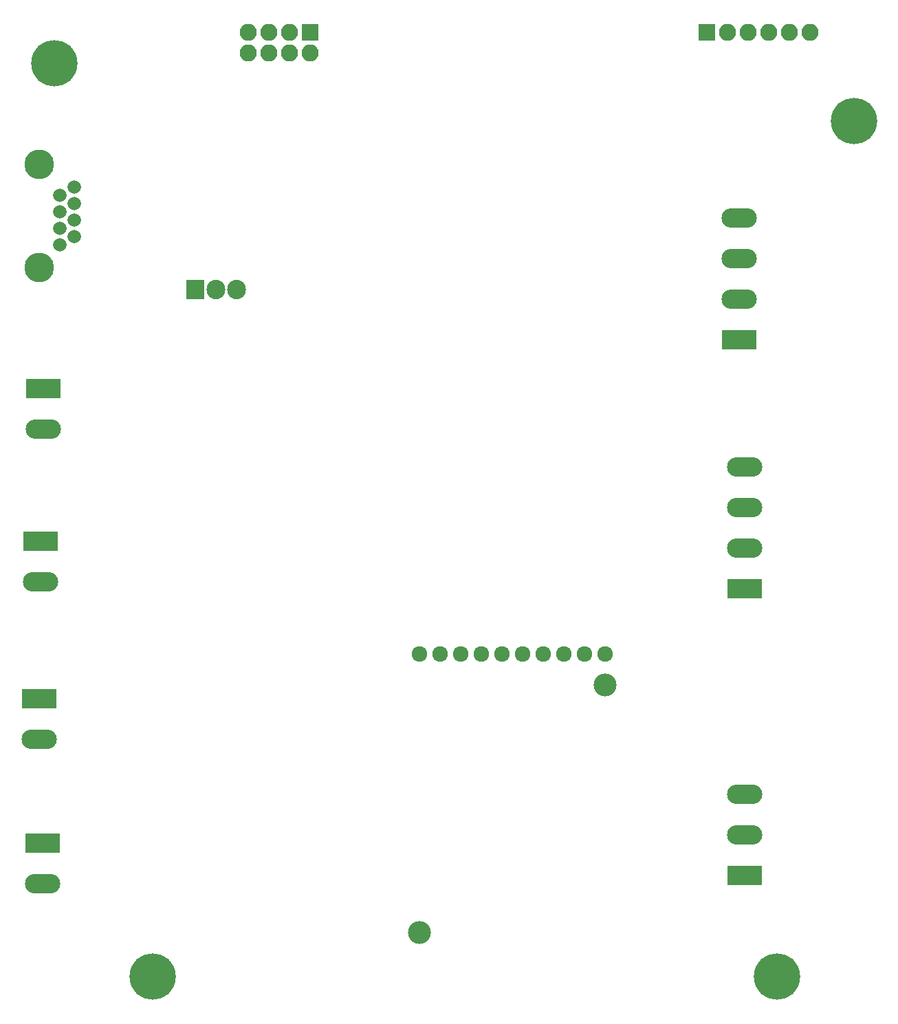
<source format=gbr>
G04 #@! TF.GenerationSoftware,KiCad,Pcbnew,5.0.0-fee4fd1~66~ubuntu18.04.1*
G04 #@! TF.CreationDate,2018-09-20T21:41:55-04:00*
G04 #@! TF.ProjectId,BackPanel,4261636B50616E656C2E6B696361645F,rev?*
G04 #@! TF.SameCoordinates,Original*
G04 #@! TF.FileFunction,Soldermask,Bot*
G04 #@! TF.FilePolarity,Negative*
%FSLAX46Y46*%
G04 Gerber Fmt 4.6, Leading zero omitted, Abs format (unit mm)*
G04 Created by KiCad (PCBNEW 5.0.0-fee4fd1~66~ubuntu18.04.1) date Thu Sep 20 21:41:55 2018*
%MOMM*%
%LPD*%
G01*
G04 APERTURE LIST*
%ADD10C,2.813000*%
%ADD11C,1.924000*%
%ADD12R,2.100000X2.100000*%
%ADD13O,2.100000X2.100000*%
%ADD14R,2.305000X2.400000*%
%ADD15O,2.305000X2.400000*%
%ADD16C,3.650000*%
%ADD17C,1.670000*%
%ADD18C,5.700000*%
%ADD19O,4.360000X2.380000*%
%ADD20R,4.360000X2.380000*%
G04 APERTURE END LIST*
D10*
G04 #@! TO.C,U5*
X142370000Y-142280000D03*
X165230000Y-111800000D03*
D11*
X142370000Y-107990000D03*
X144910000Y-107990000D03*
X147450000Y-107990000D03*
X149990000Y-107990000D03*
X152530000Y-107990000D03*
X155070000Y-107990000D03*
X157610000Y-107990000D03*
X160150000Y-107990000D03*
X162690000Y-107990000D03*
X165230000Y-107990000D03*
G04 #@! TD*
D12*
G04 #@! TO.C,J2*
X128900000Y-31500000D03*
D13*
X128900000Y-34040000D03*
X126360000Y-31500000D03*
X126360000Y-34040000D03*
X123820000Y-31500000D03*
X123820000Y-34040000D03*
X121280000Y-31500000D03*
X121280000Y-34040000D03*
G04 #@! TD*
D12*
G04 #@! TO.C,J3*
X177700000Y-31500000D03*
D13*
X180240000Y-31500000D03*
X182780000Y-31500000D03*
X185320000Y-31500000D03*
X187860000Y-31500000D03*
X190400000Y-31500000D03*
G04 #@! TD*
D14*
G04 #@! TO.C,U2*
X114700000Y-63100000D03*
D15*
X117240000Y-63100000D03*
X119780000Y-63100000D03*
G04 #@! TD*
D16*
G04 #@! TO.C,J1*
X95500000Y-47700000D03*
X95500000Y-60400000D03*
D17*
X99818000Y-50494000D03*
X98040000Y-51510000D03*
X99818000Y-52526000D03*
X98040000Y-53542000D03*
X99818000Y-54558000D03*
X98040000Y-55574000D03*
X99818000Y-56590000D03*
X98040000Y-57606000D03*
G04 #@! TD*
D18*
G04 #@! TO.C,H1*
X195800000Y-42400000D03*
G04 #@! TD*
G04 #@! TO.C,H2*
X186400000Y-147700000D03*
G04 #@! TD*
G04 #@! TO.C,H3*
X109500000Y-147700000D03*
G04 #@! TD*
D19*
G04 #@! TO.C,J4*
X96000000Y-80300000D03*
D20*
X96000000Y-75300000D03*
G04 #@! TD*
G04 #@! TO.C,J5*
X95700000Y-94100000D03*
D19*
X95700000Y-99100000D03*
G04 #@! TD*
D20*
G04 #@! TO.C,J6*
X95500000Y-113500000D03*
D19*
X95500000Y-118500000D03*
G04 #@! TD*
G04 #@! TO.C,J7*
X95900000Y-136300000D03*
D20*
X95900000Y-131300000D03*
G04 #@! TD*
D19*
G04 #@! TO.C,J8*
X182400000Y-90000000D03*
X182400000Y-85000000D03*
X182400000Y-95000000D03*
D20*
X182400000Y-100000000D03*
G04 #@! TD*
G04 #@! TO.C,J9*
X181700000Y-69300000D03*
D19*
X181700000Y-64300000D03*
X181700000Y-54300000D03*
X181700000Y-59300000D03*
G04 #@! TD*
D20*
G04 #@! TO.C,J10*
X182400000Y-135300000D03*
D19*
X182400000Y-130300000D03*
X182400000Y-125300000D03*
G04 #@! TD*
D18*
G04 #@! TO.C,M4*
X97400000Y-35300000D03*
G04 #@! TD*
M02*

</source>
